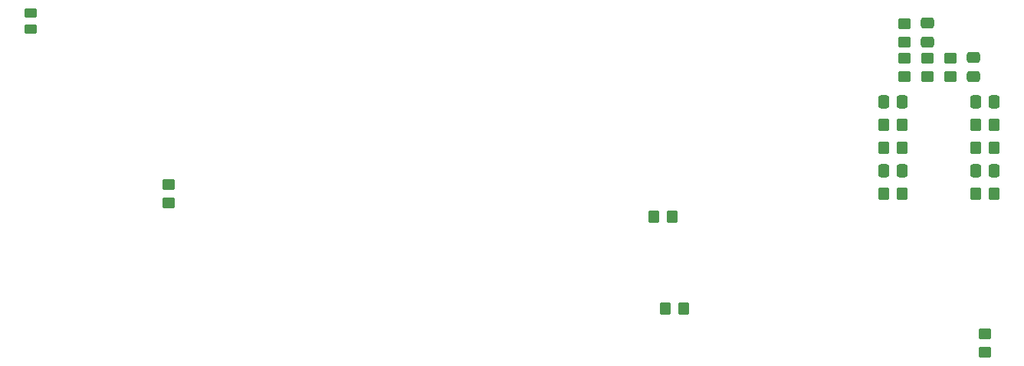
<source format=gtp>
G04 #@! TF.GenerationSoftware,KiCad,Pcbnew,(6.0.0)*
G04 #@! TF.CreationDate,2022-01-14T02:16:32-05:00*
G04 #@! TF.ProjectId,klxecu,6b6c7865-6375-42e6-9b69-6361645f7063,rev?*
G04 #@! TF.SameCoordinates,Original*
G04 #@! TF.FileFunction,Paste,Top*
G04 #@! TF.FilePolarity,Positive*
%FSLAX46Y46*%
G04 Gerber Fmt 4.6, Leading zero omitted, Abs format (unit mm)*
G04 Created by KiCad (PCBNEW (6.0.0)) date 2022-01-14 02:16:32*
%MOMM*%
%LPD*%
G01*
G04 APERTURE LIST*
G04 Aperture macros list*
%AMRoundRect*
0 Rectangle with rounded corners*
0 $1 Rounding radius*
0 $2 $3 $4 $5 $6 $7 $8 $9 X,Y pos of 4 corners*
0 Add a 4 corners polygon primitive as box body*
4,1,4,$2,$3,$4,$5,$6,$7,$8,$9,$2,$3,0*
0 Add four circle primitives for the rounded corners*
1,1,$1+$1,$2,$3*
1,1,$1+$1,$4,$5*
1,1,$1+$1,$6,$7*
1,1,$1+$1,$8,$9*
0 Add four rect primitives between the rounded corners*
20,1,$1+$1,$2,$3,$4,$5,0*
20,1,$1+$1,$4,$5,$6,$7,0*
20,1,$1+$1,$6,$7,$8,$9,0*
20,1,$1+$1,$8,$9,$2,$3,0*%
G04 Aperture macros list end*
%ADD10RoundRect,0.250000X0.350000X0.450000X-0.350000X0.450000X-0.350000X-0.450000X0.350000X-0.450000X0*%
%ADD11RoundRect,0.250000X-0.450000X0.350000X-0.450000X-0.350000X0.450000X-0.350000X0.450000X0.350000X0*%
%ADD12RoundRect,0.250000X-0.350000X-0.450000X0.350000X-0.450000X0.350000X0.450000X-0.350000X0.450000X0*%
%ADD13RoundRect,0.250000X0.450000X-0.262500X0.450000X0.262500X-0.450000X0.262500X-0.450000X-0.262500X0*%
%ADD14RoundRect,0.250000X0.337500X0.475000X-0.337500X0.475000X-0.337500X-0.475000X0.337500X-0.475000X0*%
%ADD15RoundRect,0.250000X-0.475000X0.337500X-0.475000X-0.337500X0.475000X-0.337500X0.475000X0.337500X0*%
%ADD16RoundRect,0.250000X0.475000X-0.337500X0.475000X0.337500X-0.475000X0.337500X-0.475000X-0.337500X0*%
%ADD17RoundRect,0.250000X-0.337500X-0.475000X0.337500X-0.475000X0.337500X0.475000X-0.337500X0.475000X0*%
G04 APERTURE END LIST*
D10*
X143240000Y-53340000D03*
X141240000Y-53340000D03*
X141240000Y-55880000D03*
X143240000Y-55880000D03*
D11*
X138430000Y-45990000D03*
X138430000Y-47990000D03*
X135890000Y-45990000D03*
X135890000Y-47990000D03*
D12*
X131080000Y-53340000D03*
X133080000Y-53340000D03*
X131080000Y-55880000D03*
X133080000Y-55880000D03*
X105680000Y-63500000D03*
X107680000Y-63500000D03*
D10*
X131080000Y-60960000D03*
X133080000Y-60960000D03*
D13*
X36830000Y-42822500D03*
X36830000Y-40997500D03*
D10*
X108950000Y-73660000D03*
X106950000Y-73660000D03*
D11*
X52070000Y-61960000D03*
X52070000Y-59960000D03*
X142240000Y-78470000D03*
X142240000Y-76470000D03*
D12*
X141240000Y-60960000D03*
X143240000Y-60960000D03*
D11*
X133350000Y-44180000D03*
X133350000Y-42180000D03*
X133350000Y-45990000D03*
X133350000Y-47990000D03*
D14*
X143277500Y-50800000D03*
X141202500Y-50800000D03*
X141202500Y-58420000D03*
X143277500Y-58420000D03*
D15*
X140970000Y-45952500D03*
X140970000Y-48027500D03*
D16*
X135890000Y-44217500D03*
X135890000Y-42142500D03*
D17*
X131042500Y-50800000D03*
X133117500Y-50800000D03*
X131042500Y-58420000D03*
X133117500Y-58420000D03*
M02*

</source>
